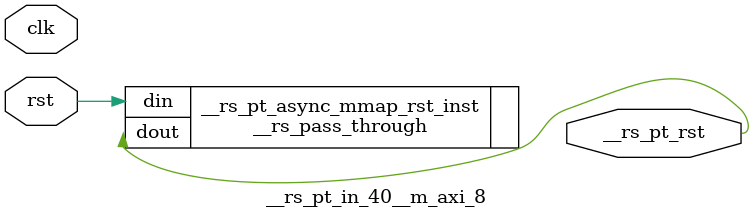
<source format=v>
`timescale 1 ns / 1 ps
/**   Generated by RapidStream   **/
module __rs_pt_in_40__m_axi_8 #(
    parameter BufferSize         = 32,
    parameter BufferSizeLog      = 5,
    parameter AddrWidth          = 64,
    parameter AxiSideAddrWidth   = 64,
    parameter DataWidth          = 512,
    parameter DataWidthBytesLog  = 6,
    parameter WaitTimeWidth      = 4,
    parameter BurstLenWidth      = 8,
    parameter EnableReadChannel  = 1,
    parameter EnableWriteChannel = 1,
    parameter MaxWaitTime        = 3,
    parameter MaxBurstLen        = 15
) (
    output wire __rs_pt_rst,
    input wire  clk,
    input wire  rst
);




__rs_pass_through #(
    .WIDTH (1)
) __rs_pt_async_mmap_rst_inst /**   Generated by RapidStream   **/ (
    .din  (rst),
    .dout (__rs_pt_rst)
);

endmodule  // __rs_pt_in_40__m_axi_8
</source>
